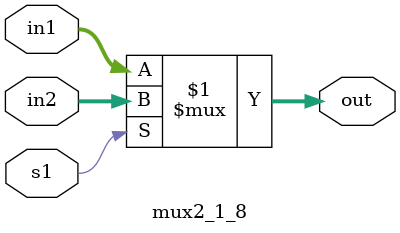
<source format=v>
`timescale 1ns/1ps

module mux2_1_8(in1, in2, out, s1);

    input s1;
    input [7:0] in1, in2;
    output [7:0] out;
    
    assign out = s1 ? in2 : in1;

endmodule
</source>
